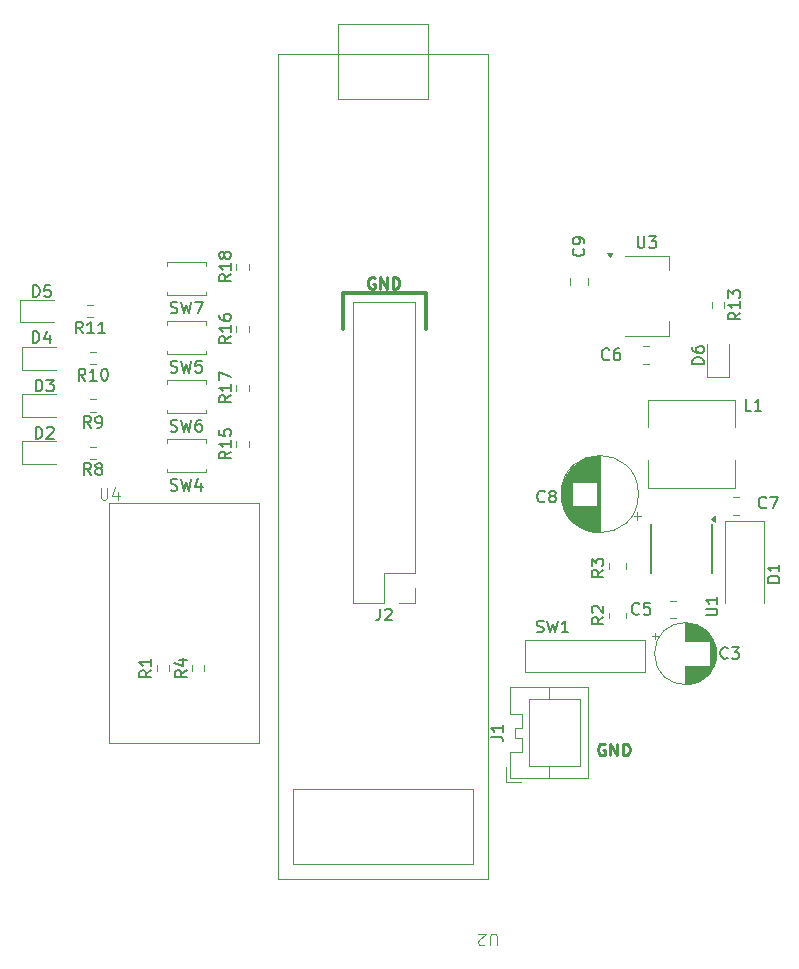
<source format=gbr>
%TF.GenerationSoftware,KiCad,Pcbnew,8.0.1*%
%TF.CreationDate,2024-04-19T02:33:02-07:00*%
%TF.ProjectId,CMOD_A7_Upper,434d4f44-5f41-4375-9f55-707065722e6b,rev?*%
%TF.SameCoordinates,Original*%
%TF.FileFunction,Legend,Top*%
%TF.FilePolarity,Positive*%
%FSLAX46Y46*%
G04 Gerber Fmt 4.6, Leading zero omitted, Abs format (unit mm)*
G04 Created by KiCad (PCBNEW 8.0.1) date 2024-04-19 02:33:02*
%MOMM*%
%LPD*%
G01*
G04 APERTURE LIST*
%ADD10C,0.250000*%
%ADD11C,0.300000*%
%ADD12C,0.150000*%
%ADD13C,0.100000*%
%ADD14C,0.120000*%
G04 APERTURE END LIST*
D10*
X158676377Y-114662238D02*
X158581139Y-114614619D01*
X158581139Y-114614619D02*
X158438282Y-114614619D01*
X158438282Y-114614619D02*
X158295425Y-114662238D01*
X158295425Y-114662238D02*
X158200187Y-114757476D01*
X158200187Y-114757476D02*
X158152568Y-114852714D01*
X158152568Y-114852714D02*
X158104949Y-115043190D01*
X158104949Y-115043190D02*
X158104949Y-115186047D01*
X158104949Y-115186047D02*
X158152568Y-115376523D01*
X158152568Y-115376523D02*
X158200187Y-115471761D01*
X158200187Y-115471761D02*
X158295425Y-115567000D01*
X158295425Y-115567000D02*
X158438282Y-115614619D01*
X158438282Y-115614619D02*
X158533520Y-115614619D01*
X158533520Y-115614619D02*
X158676377Y-115567000D01*
X158676377Y-115567000D02*
X158723996Y-115519380D01*
X158723996Y-115519380D02*
X158723996Y-115186047D01*
X158723996Y-115186047D02*
X158533520Y-115186047D01*
X159152568Y-115614619D02*
X159152568Y-114614619D01*
X159152568Y-114614619D02*
X159723996Y-115614619D01*
X159723996Y-115614619D02*
X159723996Y-114614619D01*
X160200187Y-115614619D02*
X160200187Y-114614619D01*
X160200187Y-114614619D02*
X160438282Y-114614619D01*
X160438282Y-114614619D02*
X160581139Y-114662238D01*
X160581139Y-114662238D02*
X160676377Y-114757476D01*
X160676377Y-114757476D02*
X160723996Y-114852714D01*
X160723996Y-114852714D02*
X160771615Y-115043190D01*
X160771615Y-115043190D02*
X160771615Y-115186047D01*
X160771615Y-115186047D02*
X160723996Y-115376523D01*
X160723996Y-115376523D02*
X160676377Y-115471761D01*
X160676377Y-115471761D02*
X160581139Y-115567000D01*
X160581139Y-115567000D02*
X160438282Y-115614619D01*
X160438282Y-115614619D02*
X160200187Y-115614619D01*
D11*
X136500000Y-76500000D02*
X143500000Y-76500000D01*
X143500000Y-76500000D02*
X143500000Y-79500000D01*
X136500000Y-76500000D02*
X136500000Y-79500000D01*
D10*
X139176377Y-75162238D02*
X139081139Y-75114619D01*
X139081139Y-75114619D02*
X138938282Y-75114619D01*
X138938282Y-75114619D02*
X138795425Y-75162238D01*
X138795425Y-75162238D02*
X138700187Y-75257476D01*
X138700187Y-75257476D02*
X138652568Y-75352714D01*
X138652568Y-75352714D02*
X138604949Y-75543190D01*
X138604949Y-75543190D02*
X138604949Y-75686047D01*
X138604949Y-75686047D02*
X138652568Y-75876523D01*
X138652568Y-75876523D02*
X138700187Y-75971761D01*
X138700187Y-75971761D02*
X138795425Y-76067000D01*
X138795425Y-76067000D02*
X138938282Y-76114619D01*
X138938282Y-76114619D02*
X139033520Y-76114619D01*
X139033520Y-76114619D02*
X139176377Y-76067000D01*
X139176377Y-76067000D02*
X139223996Y-76019380D01*
X139223996Y-76019380D02*
X139223996Y-75686047D01*
X139223996Y-75686047D02*
X139033520Y-75686047D01*
X139652568Y-76114619D02*
X139652568Y-75114619D01*
X139652568Y-75114619D02*
X140223996Y-76114619D01*
X140223996Y-76114619D02*
X140223996Y-75114619D01*
X140700187Y-76114619D02*
X140700187Y-75114619D01*
X140700187Y-75114619D02*
X140938282Y-75114619D01*
X140938282Y-75114619D02*
X141081139Y-75162238D01*
X141081139Y-75162238D02*
X141176377Y-75257476D01*
X141176377Y-75257476D02*
X141223996Y-75352714D01*
X141223996Y-75352714D02*
X141271615Y-75543190D01*
X141271615Y-75543190D02*
X141271615Y-75686047D01*
X141271615Y-75686047D02*
X141223996Y-75876523D01*
X141223996Y-75876523D02*
X141176377Y-75971761D01*
X141176377Y-75971761D02*
X141081139Y-76067000D01*
X141081139Y-76067000D02*
X140938282Y-76114619D01*
X140938282Y-76114619D02*
X140700187Y-76114619D01*
D12*
X120274819Y-108416666D02*
X119798628Y-108749999D01*
X120274819Y-108988094D02*
X119274819Y-108988094D01*
X119274819Y-108988094D02*
X119274819Y-108607142D01*
X119274819Y-108607142D02*
X119322438Y-108511904D01*
X119322438Y-108511904D02*
X119370057Y-108464285D01*
X119370057Y-108464285D02*
X119465295Y-108416666D01*
X119465295Y-108416666D02*
X119608152Y-108416666D01*
X119608152Y-108416666D02*
X119703390Y-108464285D01*
X119703390Y-108464285D02*
X119751009Y-108511904D01*
X119751009Y-108511904D02*
X119798628Y-108607142D01*
X119798628Y-108607142D02*
X119798628Y-108988094D01*
X120274819Y-107464285D02*
X120274819Y-108035713D01*
X120274819Y-107749999D02*
X119274819Y-107749999D01*
X119274819Y-107749999D02*
X119417676Y-107845237D01*
X119417676Y-107845237D02*
X119512914Y-107940475D01*
X119512914Y-107940475D02*
X119560533Y-108035713D01*
X114469642Y-79884819D02*
X114136309Y-79408628D01*
X113898214Y-79884819D02*
X113898214Y-78884819D01*
X113898214Y-78884819D02*
X114279166Y-78884819D01*
X114279166Y-78884819D02*
X114374404Y-78932438D01*
X114374404Y-78932438D02*
X114422023Y-78980057D01*
X114422023Y-78980057D02*
X114469642Y-79075295D01*
X114469642Y-79075295D02*
X114469642Y-79218152D01*
X114469642Y-79218152D02*
X114422023Y-79313390D01*
X114422023Y-79313390D02*
X114374404Y-79361009D01*
X114374404Y-79361009D02*
X114279166Y-79408628D01*
X114279166Y-79408628D02*
X113898214Y-79408628D01*
X115422023Y-79884819D02*
X114850595Y-79884819D01*
X115136309Y-79884819D02*
X115136309Y-78884819D01*
X115136309Y-78884819D02*
X115041071Y-79027676D01*
X115041071Y-79027676D02*
X114945833Y-79122914D01*
X114945833Y-79122914D02*
X114850595Y-79170533D01*
X116374404Y-79884819D02*
X115802976Y-79884819D01*
X116088690Y-79884819D02*
X116088690Y-78884819D01*
X116088690Y-78884819D02*
X115993452Y-79027676D01*
X115993452Y-79027676D02*
X115898214Y-79122914D01*
X115898214Y-79122914D02*
X115802976Y-79170533D01*
X110236905Y-80704819D02*
X110236905Y-79704819D01*
X110236905Y-79704819D02*
X110475000Y-79704819D01*
X110475000Y-79704819D02*
X110617857Y-79752438D01*
X110617857Y-79752438D02*
X110713095Y-79847676D01*
X110713095Y-79847676D02*
X110760714Y-79942914D01*
X110760714Y-79942914D02*
X110808333Y-80133390D01*
X110808333Y-80133390D02*
X110808333Y-80276247D01*
X110808333Y-80276247D02*
X110760714Y-80466723D01*
X110760714Y-80466723D02*
X110713095Y-80561961D01*
X110713095Y-80561961D02*
X110617857Y-80657200D01*
X110617857Y-80657200D02*
X110475000Y-80704819D01*
X110475000Y-80704819D02*
X110236905Y-80704819D01*
X111665476Y-80038152D02*
X111665476Y-80704819D01*
X111427381Y-79657200D02*
X111189286Y-80371485D01*
X111189286Y-80371485D02*
X111808333Y-80371485D01*
X156859580Y-72716666D02*
X156907200Y-72764285D01*
X156907200Y-72764285D02*
X156954819Y-72907142D01*
X156954819Y-72907142D02*
X156954819Y-73002380D01*
X156954819Y-73002380D02*
X156907200Y-73145237D01*
X156907200Y-73145237D02*
X156811961Y-73240475D01*
X156811961Y-73240475D02*
X156716723Y-73288094D01*
X156716723Y-73288094D02*
X156526247Y-73335713D01*
X156526247Y-73335713D02*
X156383390Y-73335713D01*
X156383390Y-73335713D02*
X156192914Y-73288094D01*
X156192914Y-73288094D02*
X156097676Y-73240475D01*
X156097676Y-73240475D02*
X156002438Y-73145237D01*
X156002438Y-73145237D02*
X155954819Y-73002380D01*
X155954819Y-73002380D02*
X155954819Y-72907142D01*
X155954819Y-72907142D02*
X156002438Y-72764285D01*
X156002438Y-72764285D02*
X156050057Y-72716666D01*
X156954819Y-72240475D02*
X156954819Y-72049999D01*
X156954819Y-72049999D02*
X156907200Y-71954761D01*
X156907200Y-71954761D02*
X156859580Y-71907142D01*
X156859580Y-71907142D02*
X156716723Y-71811904D01*
X156716723Y-71811904D02*
X156526247Y-71764285D01*
X156526247Y-71764285D02*
X156145295Y-71764285D01*
X156145295Y-71764285D02*
X156050057Y-71811904D01*
X156050057Y-71811904D02*
X156002438Y-71859523D01*
X156002438Y-71859523D02*
X155954819Y-71954761D01*
X155954819Y-71954761D02*
X155954819Y-72145237D01*
X155954819Y-72145237D02*
X156002438Y-72240475D01*
X156002438Y-72240475D02*
X156050057Y-72288094D01*
X156050057Y-72288094D02*
X156145295Y-72335713D01*
X156145295Y-72335713D02*
X156383390Y-72335713D01*
X156383390Y-72335713D02*
X156478628Y-72288094D01*
X156478628Y-72288094D02*
X156526247Y-72240475D01*
X156526247Y-72240475D02*
X156573866Y-72145237D01*
X156573866Y-72145237D02*
X156573866Y-71954761D01*
X156573866Y-71954761D02*
X156526247Y-71859523D01*
X156526247Y-71859523D02*
X156478628Y-71811904D01*
X156478628Y-71811904D02*
X156383390Y-71764285D01*
X172333333Y-94609580D02*
X172285714Y-94657200D01*
X172285714Y-94657200D02*
X172142857Y-94704819D01*
X172142857Y-94704819D02*
X172047619Y-94704819D01*
X172047619Y-94704819D02*
X171904762Y-94657200D01*
X171904762Y-94657200D02*
X171809524Y-94561961D01*
X171809524Y-94561961D02*
X171761905Y-94466723D01*
X171761905Y-94466723D02*
X171714286Y-94276247D01*
X171714286Y-94276247D02*
X171714286Y-94133390D01*
X171714286Y-94133390D02*
X171761905Y-93942914D01*
X171761905Y-93942914D02*
X171809524Y-93847676D01*
X171809524Y-93847676D02*
X171904762Y-93752438D01*
X171904762Y-93752438D02*
X172047619Y-93704819D01*
X172047619Y-93704819D02*
X172142857Y-93704819D01*
X172142857Y-93704819D02*
X172285714Y-93752438D01*
X172285714Y-93752438D02*
X172333333Y-93800057D01*
X172666667Y-93704819D02*
X173333333Y-93704819D01*
X173333333Y-93704819D02*
X172904762Y-94704819D01*
X158554819Y-103916666D02*
X158078628Y-104249999D01*
X158554819Y-104488094D02*
X157554819Y-104488094D01*
X157554819Y-104488094D02*
X157554819Y-104107142D01*
X157554819Y-104107142D02*
X157602438Y-104011904D01*
X157602438Y-104011904D02*
X157650057Y-103964285D01*
X157650057Y-103964285D02*
X157745295Y-103916666D01*
X157745295Y-103916666D02*
X157888152Y-103916666D01*
X157888152Y-103916666D02*
X157983390Y-103964285D01*
X157983390Y-103964285D02*
X158031009Y-104011904D01*
X158031009Y-104011904D02*
X158078628Y-104107142D01*
X158078628Y-104107142D02*
X158078628Y-104488094D01*
X157650057Y-103535713D02*
X157602438Y-103488094D01*
X157602438Y-103488094D02*
X157554819Y-103392856D01*
X157554819Y-103392856D02*
X157554819Y-103154761D01*
X157554819Y-103154761D02*
X157602438Y-103059523D01*
X157602438Y-103059523D02*
X157650057Y-103011904D01*
X157650057Y-103011904D02*
X157745295Y-102964285D01*
X157745295Y-102964285D02*
X157840533Y-102964285D01*
X157840533Y-102964285D02*
X157983390Y-103011904D01*
X157983390Y-103011904D02*
X158554819Y-103583332D01*
X158554819Y-103583332D02*
X158554819Y-102964285D01*
X115170833Y-87884819D02*
X114837500Y-87408628D01*
X114599405Y-87884819D02*
X114599405Y-86884819D01*
X114599405Y-86884819D02*
X114980357Y-86884819D01*
X114980357Y-86884819D02*
X115075595Y-86932438D01*
X115075595Y-86932438D02*
X115123214Y-86980057D01*
X115123214Y-86980057D02*
X115170833Y-87075295D01*
X115170833Y-87075295D02*
X115170833Y-87218152D01*
X115170833Y-87218152D02*
X115123214Y-87313390D01*
X115123214Y-87313390D02*
X115075595Y-87361009D01*
X115075595Y-87361009D02*
X114980357Y-87408628D01*
X114980357Y-87408628D02*
X114599405Y-87408628D01*
X115647024Y-87884819D02*
X115837500Y-87884819D01*
X115837500Y-87884819D02*
X115932738Y-87837200D01*
X115932738Y-87837200D02*
X115980357Y-87789580D01*
X115980357Y-87789580D02*
X116075595Y-87646723D01*
X116075595Y-87646723D02*
X116123214Y-87456247D01*
X116123214Y-87456247D02*
X116123214Y-87075295D01*
X116123214Y-87075295D02*
X116075595Y-86980057D01*
X116075595Y-86980057D02*
X116027976Y-86932438D01*
X116027976Y-86932438D02*
X115932738Y-86884819D01*
X115932738Y-86884819D02*
X115742262Y-86884819D01*
X115742262Y-86884819D02*
X115647024Y-86932438D01*
X115647024Y-86932438D02*
X115599405Y-86980057D01*
X115599405Y-86980057D02*
X115551786Y-87075295D01*
X115551786Y-87075295D02*
X115551786Y-87313390D01*
X115551786Y-87313390D02*
X115599405Y-87408628D01*
X115599405Y-87408628D02*
X115647024Y-87456247D01*
X115647024Y-87456247D02*
X115742262Y-87503866D01*
X115742262Y-87503866D02*
X115932738Y-87503866D01*
X115932738Y-87503866D02*
X116027976Y-87456247D01*
X116027976Y-87456247D02*
X116075595Y-87408628D01*
X116075595Y-87408628D02*
X116123214Y-87313390D01*
X127024819Y-80142857D02*
X126548628Y-80476190D01*
X127024819Y-80714285D02*
X126024819Y-80714285D01*
X126024819Y-80714285D02*
X126024819Y-80333333D01*
X126024819Y-80333333D02*
X126072438Y-80238095D01*
X126072438Y-80238095D02*
X126120057Y-80190476D01*
X126120057Y-80190476D02*
X126215295Y-80142857D01*
X126215295Y-80142857D02*
X126358152Y-80142857D01*
X126358152Y-80142857D02*
X126453390Y-80190476D01*
X126453390Y-80190476D02*
X126501009Y-80238095D01*
X126501009Y-80238095D02*
X126548628Y-80333333D01*
X126548628Y-80333333D02*
X126548628Y-80714285D01*
X127024819Y-79190476D02*
X127024819Y-79761904D01*
X127024819Y-79476190D02*
X126024819Y-79476190D01*
X126024819Y-79476190D02*
X126167676Y-79571428D01*
X126167676Y-79571428D02*
X126262914Y-79666666D01*
X126262914Y-79666666D02*
X126310533Y-79761904D01*
X126024819Y-78333333D02*
X126024819Y-78523809D01*
X126024819Y-78523809D02*
X126072438Y-78619047D01*
X126072438Y-78619047D02*
X126120057Y-78666666D01*
X126120057Y-78666666D02*
X126262914Y-78761904D01*
X126262914Y-78761904D02*
X126453390Y-78809523D01*
X126453390Y-78809523D02*
X126834342Y-78809523D01*
X126834342Y-78809523D02*
X126929580Y-78761904D01*
X126929580Y-78761904D02*
X126977200Y-78714285D01*
X126977200Y-78714285D02*
X127024819Y-78619047D01*
X127024819Y-78619047D02*
X127024819Y-78428571D01*
X127024819Y-78428571D02*
X126977200Y-78333333D01*
X126977200Y-78333333D02*
X126929580Y-78285714D01*
X126929580Y-78285714D02*
X126834342Y-78238095D01*
X126834342Y-78238095D02*
X126596247Y-78238095D01*
X126596247Y-78238095D02*
X126501009Y-78285714D01*
X126501009Y-78285714D02*
X126453390Y-78333333D01*
X126453390Y-78333333D02*
X126405771Y-78428571D01*
X126405771Y-78428571D02*
X126405771Y-78619047D01*
X126405771Y-78619047D02*
X126453390Y-78714285D01*
X126453390Y-78714285D02*
X126501009Y-78761904D01*
X126501009Y-78761904D02*
X126596247Y-78809523D01*
X170134819Y-78142857D02*
X169658628Y-78476190D01*
X170134819Y-78714285D02*
X169134819Y-78714285D01*
X169134819Y-78714285D02*
X169134819Y-78333333D01*
X169134819Y-78333333D02*
X169182438Y-78238095D01*
X169182438Y-78238095D02*
X169230057Y-78190476D01*
X169230057Y-78190476D02*
X169325295Y-78142857D01*
X169325295Y-78142857D02*
X169468152Y-78142857D01*
X169468152Y-78142857D02*
X169563390Y-78190476D01*
X169563390Y-78190476D02*
X169611009Y-78238095D01*
X169611009Y-78238095D02*
X169658628Y-78333333D01*
X169658628Y-78333333D02*
X169658628Y-78714285D01*
X170134819Y-77190476D02*
X170134819Y-77761904D01*
X170134819Y-77476190D02*
X169134819Y-77476190D01*
X169134819Y-77476190D02*
X169277676Y-77571428D01*
X169277676Y-77571428D02*
X169372914Y-77666666D01*
X169372914Y-77666666D02*
X169420533Y-77761904D01*
X169134819Y-76857142D02*
X169134819Y-76238095D01*
X169134819Y-76238095D02*
X169515771Y-76571428D01*
X169515771Y-76571428D02*
X169515771Y-76428571D01*
X169515771Y-76428571D02*
X169563390Y-76333333D01*
X169563390Y-76333333D02*
X169611009Y-76285714D01*
X169611009Y-76285714D02*
X169706247Y-76238095D01*
X169706247Y-76238095D02*
X169944342Y-76238095D01*
X169944342Y-76238095D02*
X170039580Y-76285714D01*
X170039580Y-76285714D02*
X170087200Y-76333333D01*
X170087200Y-76333333D02*
X170134819Y-76428571D01*
X170134819Y-76428571D02*
X170134819Y-76714285D01*
X170134819Y-76714285D02*
X170087200Y-76809523D01*
X170087200Y-76809523D02*
X170039580Y-76857142D01*
X127024819Y-74892857D02*
X126548628Y-75226190D01*
X127024819Y-75464285D02*
X126024819Y-75464285D01*
X126024819Y-75464285D02*
X126024819Y-75083333D01*
X126024819Y-75083333D02*
X126072438Y-74988095D01*
X126072438Y-74988095D02*
X126120057Y-74940476D01*
X126120057Y-74940476D02*
X126215295Y-74892857D01*
X126215295Y-74892857D02*
X126358152Y-74892857D01*
X126358152Y-74892857D02*
X126453390Y-74940476D01*
X126453390Y-74940476D02*
X126501009Y-74988095D01*
X126501009Y-74988095D02*
X126548628Y-75083333D01*
X126548628Y-75083333D02*
X126548628Y-75464285D01*
X127024819Y-73940476D02*
X127024819Y-74511904D01*
X127024819Y-74226190D02*
X126024819Y-74226190D01*
X126024819Y-74226190D02*
X126167676Y-74321428D01*
X126167676Y-74321428D02*
X126262914Y-74416666D01*
X126262914Y-74416666D02*
X126310533Y-74511904D01*
X126453390Y-73369047D02*
X126405771Y-73464285D01*
X126405771Y-73464285D02*
X126358152Y-73511904D01*
X126358152Y-73511904D02*
X126262914Y-73559523D01*
X126262914Y-73559523D02*
X126215295Y-73559523D01*
X126215295Y-73559523D02*
X126120057Y-73511904D01*
X126120057Y-73511904D02*
X126072438Y-73464285D01*
X126072438Y-73464285D02*
X126024819Y-73369047D01*
X126024819Y-73369047D02*
X126024819Y-73178571D01*
X126024819Y-73178571D02*
X126072438Y-73083333D01*
X126072438Y-73083333D02*
X126120057Y-73035714D01*
X126120057Y-73035714D02*
X126215295Y-72988095D01*
X126215295Y-72988095D02*
X126262914Y-72988095D01*
X126262914Y-72988095D02*
X126358152Y-73035714D01*
X126358152Y-73035714D02*
X126405771Y-73083333D01*
X126405771Y-73083333D02*
X126453390Y-73178571D01*
X126453390Y-73178571D02*
X126453390Y-73369047D01*
X126453390Y-73369047D02*
X126501009Y-73464285D01*
X126501009Y-73464285D02*
X126548628Y-73511904D01*
X126548628Y-73511904D02*
X126643866Y-73559523D01*
X126643866Y-73559523D02*
X126834342Y-73559523D01*
X126834342Y-73559523D02*
X126929580Y-73511904D01*
X126929580Y-73511904D02*
X126977200Y-73464285D01*
X126977200Y-73464285D02*
X127024819Y-73369047D01*
X127024819Y-73369047D02*
X127024819Y-73178571D01*
X127024819Y-73178571D02*
X126977200Y-73083333D01*
X126977200Y-73083333D02*
X126929580Y-73035714D01*
X126929580Y-73035714D02*
X126834342Y-72988095D01*
X126834342Y-72988095D02*
X126643866Y-72988095D01*
X126643866Y-72988095D02*
X126548628Y-73035714D01*
X126548628Y-73035714D02*
X126501009Y-73083333D01*
X126501009Y-73083333D02*
X126453390Y-73178571D01*
X121916667Y-78157200D02*
X122059524Y-78204819D01*
X122059524Y-78204819D02*
X122297619Y-78204819D01*
X122297619Y-78204819D02*
X122392857Y-78157200D01*
X122392857Y-78157200D02*
X122440476Y-78109580D01*
X122440476Y-78109580D02*
X122488095Y-78014342D01*
X122488095Y-78014342D02*
X122488095Y-77919104D01*
X122488095Y-77919104D02*
X122440476Y-77823866D01*
X122440476Y-77823866D02*
X122392857Y-77776247D01*
X122392857Y-77776247D02*
X122297619Y-77728628D01*
X122297619Y-77728628D02*
X122107143Y-77681009D01*
X122107143Y-77681009D02*
X122011905Y-77633390D01*
X122011905Y-77633390D02*
X121964286Y-77585771D01*
X121964286Y-77585771D02*
X121916667Y-77490533D01*
X121916667Y-77490533D02*
X121916667Y-77395295D01*
X121916667Y-77395295D02*
X121964286Y-77300057D01*
X121964286Y-77300057D02*
X122011905Y-77252438D01*
X122011905Y-77252438D02*
X122107143Y-77204819D01*
X122107143Y-77204819D02*
X122345238Y-77204819D01*
X122345238Y-77204819D02*
X122488095Y-77252438D01*
X122821429Y-77204819D02*
X123059524Y-78204819D01*
X123059524Y-78204819D02*
X123250000Y-77490533D01*
X123250000Y-77490533D02*
X123440476Y-78204819D01*
X123440476Y-78204819D02*
X123678572Y-77204819D01*
X123964286Y-77204819D02*
X124630952Y-77204819D01*
X124630952Y-77204819D02*
X124202381Y-78204819D01*
X110486905Y-84804819D02*
X110486905Y-83804819D01*
X110486905Y-83804819D02*
X110725000Y-83804819D01*
X110725000Y-83804819D02*
X110867857Y-83852438D01*
X110867857Y-83852438D02*
X110963095Y-83947676D01*
X110963095Y-83947676D02*
X111010714Y-84042914D01*
X111010714Y-84042914D02*
X111058333Y-84233390D01*
X111058333Y-84233390D02*
X111058333Y-84376247D01*
X111058333Y-84376247D02*
X111010714Y-84566723D01*
X111010714Y-84566723D02*
X110963095Y-84661961D01*
X110963095Y-84661961D02*
X110867857Y-84757200D01*
X110867857Y-84757200D02*
X110725000Y-84804819D01*
X110725000Y-84804819D02*
X110486905Y-84804819D01*
X111391667Y-83804819D02*
X112010714Y-83804819D01*
X112010714Y-83804819D02*
X111677381Y-84185771D01*
X111677381Y-84185771D02*
X111820238Y-84185771D01*
X111820238Y-84185771D02*
X111915476Y-84233390D01*
X111915476Y-84233390D02*
X111963095Y-84281009D01*
X111963095Y-84281009D02*
X112010714Y-84376247D01*
X112010714Y-84376247D02*
X112010714Y-84614342D01*
X112010714Y-84614342D02*
X111963095Y-84709580D01*
X111963095Y-84709580D02*
X111915476Y-84757200D01*
X111915476Y-84757200D02*
X111820238Y-84804819D01*
X111820238Y-84804819D02*
X111534524Y-84804819D01*
X111534524Y-84804819D02*
X111439286Y-84757200D01*
X111439286Y-84757200D02*
X111391667Y-84709580D01*
X121916667Y-93157200D02*
X122059524Y-93204819D01*
X122059524Y-93204819D02*
X122297619Y-93204819D01*
X122297619Y-93204819D02*
X122392857Y-93157200D01*
X122392857Y-93157200D02*
X122440476Y-93109580D01*
X122440476Y-93109580D02*
X122488095Y-93014342D01*
X122488095Y-93014342D02*
X122488095Y-92919104D01*
X122488095Y-92919104D02*
X122440476Y-92823866D01*
X122440476Y-92823866D02*
X122392857Y-92776247D01*
X122392857Y-92776247D02*
X122297619Y-92728628D01*
X122297619Y-92728628D02*
X122107143Y-92681009D01*
X122107143Y-92681009D02*
X122011905Y-92633390D01*
X122011905Y-92633390D02*
X121964286Y-92585771D01*
X121964286Y-92585771D02*
X121916667Y-92490533D01*
X121916667Y-92490533D02*
X121916667Y-92395295D01*
X121916667Y-92395295D02*
X121964286Y-92300057D01*
X121964286Y-92300057D02*
X122011905Y-92252438D01*
X122011905Y-92252438D02*
X122107143Y-92204819D01*
X122107143Y-92204819D02*
X122345238Y-92204819D01*
X122345238Y-92204819D02*
X122488095Y-92252438D01*
X122821429Y-92204819D02*
X123059524Y-93204819D01*
X123059524Y-93204819D02*
X123250000Y-92490533D01*
X123250000Y-92490533D02*
X123440476Y-93204819D01*
X123440476Y-93204819D02*
X123678572Y-92204819D01*
X124488095Y-92538152D02*
X124488095Y-93204819D01*
X124250000Y-92157200D02*
X124011905Y-92871485D01*
X124011905Y-92871485D02*
X124630952Y-92871485D01*
X127024819Y-85142857D02*
X126548628Y-85476190D01*
X127024819Y-85714285D02*
X126024819Y-85714285D01*
X126024819Y-85714285D02*
X126024819Y-85333333D01*
X126024819Y-85333333D02*
X126072438Y-85238095D01*
X126072438Y-85238095D02*
X126120057Y-85190476D01*
X126120057Y-85190476D02*
X126215295Y-85142857D01*
X126215295Y-85142857D02*
X126358152Y-85142857D01*
X126358152Y-85142857D02*
X126453390Y-85190476D01*
X126453390Y-85190476D02*
X126501009Y-85238095D01*
X126501009Y-85238095D02*
X126548628Y-85333333D01*
X126548628Y-85333333D02*
X126548628Y-85714285D01*
X127024819Y-84190476D02*
X127024819Y-84761904D01*
X127024819Y-84476190D02*
X126024819Y-84476190D01*
X126024819Y-84476190D02*
X126167676Y-84571428D01*
X126167676Y-84571428D02*
X126262914Y-84666666D01*
X126262914Y-84666666D02*
X126310533Y-84761904D01*
X126024819Y-83857142D02*
X126024819Y-83190476D01*
X126024819Y-83190476D02*
X127024819Y-83619047D01*
X153583333Y-94109580D02*
X153535714Y-94157200D01*
X153535714Y-94157200D02*
X153392857Y-94204819D01*
X153392857Y-94204819D02*
X153297619Y-94204819D01*
X153297619Y-94204819D02*
X153154762Y-94157200D01*
X153154762Y-94157200D02*
X153059524Y-94061961D01*
X153059524Y-94061961D02*
X153011905Y-93966723D01*
X153011905Y-93966723D02*
X152964286Y-93776247D01*
X152964286Y-93776247D02*
X152964286Y-93633390D01*
X152964286Y-93633390D02*
X153011905Y-93442914D01*
X153011905Y-93442914D02*
X153059524Y-93347676D01*
X153059524Y-93347676D02*
X153154762Y-93252438D01*
X153154762Y-93252438D02*
X153297619Y-93204819D01*
X153297619Y-93204819D02*
X153392857Y-93204819D01*
X153392857Y-93204819D02*
X153535714Y-93252438D01*
X153535714Y-93252438D02*
X153583333Y-93300057D01*
X154154762Y-93633390D02*
X154059524Y-93585771D01*
X154059524Y-93585771D02*
X154011905Y-93538152D01*
X154011905Y-93538152D02*
X153964286Y-93442914D01*
X153964286Y-93442914D02*
X153964286Y-93395295D01*
X153964286Y-93395295D02*
X154011905Y-93300057D01*
X154011905Y-93300057D02*
X154059524Y-93252438D01*
X154059524Y-93252438D02*
X154154762Y-93204819D01*
X154154762Y-93204819D02*
X154345238Y-93204819D01*
X154345238Y-93204819D02*
X154440476Y-93252438D01*
X154440476Y-93252438D02*
X154488095Y-93300057D01*
X154488095Y-93300057D02*
X154535714Y-93395295D01*
X154535714Y-93395295D02*
X154535714Y-93442914D01*
X154535714Y-93442914D02*
X154488095Y-93538152D01*
X154488095Y-93538152D02*
X154440476Y-93585771D01*
X154440476Y-93585771D02*
X154345238Y-93633390D01*
X154345238Y-93633390D02*
X154154762Y-93633390D01*
X154154762Y-93633390D02*
X154059524Y-93681009D01*
X154059524Y-93681009D02*
X154011905Y-93728628D01*
X154011905Y-93728628D02*
X153964286Y-93823866D01*
X153964286Y-93823866D02*
X153964286Y-94014342D01*
X153964286Y-94014342D02*
X154011905Y-94109580D01*
X154011905Y-94109580D02*
X154059524Y-94157200D01*
X154059524Y-94157200D02*
X154154762Y-94204819D01*
X154154762Y-94204819D02*
X154345238Y-94204819D01*
X154345238Y-94204819D02*
X154440476Y-94157200D01*
X154440476Y-94157200D02*
X154488095Y-94109580D01*
X154488095Y-94109580D02*
X154535714Y-94014342D01*
X154535714Y-94014342D02*
X154535714Y-93823866D01*
X154535714Y-93823866D02*
X154488095Y-93728628D01*
X154488095Y-93728628D02*
X154440476Y-93681009D01*
X154440476Y-93681009D02*
X154345238Y-93633390D01*
X167204819Y-103761904D02*
X168014342Y-103761904D01*
X168014342Y-103761904D02*
X168109580Y-103714285D01*
X168109580Y-103714285D02*
X168157200Y-103666666D01*
X168157200Y-103666666D02*
X168204819Y-103571428D01*
X168204819Y-103571428D02*
X168204819Y-103380952D01*
X168204819Y-103380952D02*
X168157200Y-103285714D01*
X168157200Y-103285714D02*
X168109580Y-103238095D01*
X168109580Y-103238095D02*
X168014342Y-103190476D01*
X168014342Y-103190476D02*
X167204819Y-103190476D01*
X168204819Y-102190476D02*
X168204819Y-102761904D01*
X168204819Y-102476190D02*
X167204819Y-102476190D01*
X167204819Y-102476190D02*
X167347676Y-102571428D01*
X167347676Y-102571428D02*
X167442914Y-102666666D01*
X167442914Y-102666666D02*
X167490533Y-102761904D01*
X171083333Y-86454819D02*
X170607143Y-86454819D01*
X170607143Y-86454819D02*
X170607143Y-85454819D01*
X171940476Y-86454819D02*
X171369048Y-86454819D01*
X171654762Y-86454819D02*
X171654762Y-85454819D01*
X171654762Y-85454819D02*
X171559524Y-85597676D01*
X171559524Y-85597676D02*
X171464286Y-85692914D01*
X171464286Y-85692914D02*
X171369048Y-85740533D01*
D13*
X149531904Y-131702580D02*
X149531904Y-130893057D01*
X149531904Y-130893057D02*
X149484285Y-130797819D01*
X149484285Y-130797819D02*
X149436666Y-130750200D01*
X149436666Y-130750200D02*
X149341428Y-130702580D01*
X149341428Y-130702580D02*
X149150952Y-130702580D01*
X149150952Y-130702580D02*
X149055714Y-130750200D01*
X149055714Y-130750200D02*
X149008095Y-130797819D01*
X149008095Y-130797819D02*
X148960476Y-130893057D01*
X148960476Y-130893057D02*
X148960476Y-131702580D01*
X148531904Y-131607342D02*
X148484285Y-131654961D01*
X148484285Y-131654961D02*
X148389047Y-131702580D01*
X148389047Y-131702580D02*
X148150952Y-131702580D01*
X148150952Y-131702580D02*
X148055714Y-131654961D01*
X148055714Y-131654961D02*
X148008095Y-131607342D01*
X148008095Y-131607342D02*
X147960476Y-131512104D01*
X147960476Y-131512104D02*
X147960476Y-131416866D01*
X147960476Y-131416866D02*
X148008095Y-131274009D01*
X148008095Y-131274009D02*
X148579523Y-130702580D01*
X148579523Y-130702580D02*
X147960476Y-130702580D01*
D12*
X158554819Y-99916666D02*
X158078628Y-100249999D01*
X158554819Y-100488094D02*
X157554819Y-100488094D01*
X157554819Y-100488094D02*
X157554819Y-100107142D01*
X157554819Y-100107142D02*
X157602438Y-100011904D01*
X157602438Y-100011904D02*
X157650057Y-99964285D01*
X157650057Y-99964285D02*
X157745295Y-99916666D01*
X157745295Y-99916666D02*
X157888152Y-99916666D01*
X157888152Y-99916666D02*
X157983390Y-99964285D01*
X157983390Y-99964285D02*
X158031009Y-100011904D01*
X158031009Y-100011904D02*
X158078628Y-100107142D01*
X158078628Y-100107142D02*
X158078628Y-100488094D01*
X157554819Y-99583332D02*
X157554819Y-98964285D01*
X157554819Y-98964285D02*
X157935771Y-99297618D01*
X157935771Y-99297618D02*
X157935771Y-99154761D01*
X157935771Y-99154761D02*
X157983390Y-99059523D01*
X157983390Y-99059523D02*
X158031009Y-99011904D01*
X158031009Y-99011904D02*
X158126247Y-98964285D01*
X158126247Y-98964285D02*
X158364342Y-98964285D01*
X158364342Y-98964285D02*
X158459580Y-99011904D01*
X158459580Y-99011904D02*
X158507200Y-99059523D01*
X158507200Y-99059523D02*
X158554819Y-99154761D01*
X158554819Y-99154761D02*
X158554819Y-99440475D01*
X158554819Y-99440475D02*
X158507200Y-99535713D01*
X158507200Y-99535713D02*
X158459580Y-99583332D01*
X167054819Y-82488094D02*
X166054819Y-82488094D01*
X166054819Y-82488094D02*
X166054819Y-82249999D01*
X166054819Y-82249999D02*
X166102438Y-82107142D01*
X166102438Y-82107142D02*
X166197676Y-82011904D01*
X166197676Y-82011904D02*
X166292914Y-81964285D01*
X166292914Y-81964285D02*
X166483390Y-81916666D01*
X166483390Y-81916666D02*
X166626247Y-81916666D01*
X166626247Y-81916666D02*
X166816723Y-81964285D01*
X166816723Y-81964285D02*
X166911961Y-82011904D01*
X166911961Y-82011904D02*
X167007200Y-82107142D01*
X167007200Y-82107142D02*
X167054819Y-82249999D01*
X167054819Y-82249999D02*
X167054819Y-82488094D01*
X166054819Y-81059523D02*
X166054819Y-81249999D01*
X166054819Y-81249999D02*
X166102438Y-81345237D01*
X166102438Y-81345237D02*
X166150057Y-81392856D01*
X166150057Y-81392856D02*
X166292914Y-81488094D01*
X166292914Y-81488094D02*
X166483390Y-81535713D01*
X166483390Y-81535713D02*
X166864342Y-81535713D01*
X166864342Y-81535713D02*
X166959580Y-81488094D01*
X166959580Y-81488094D02*
X167007200Y-81440475D01*
X167007200Y-81440475D02*
X167054819Y-81345237D01*
X167054819Y-81345237D02*
X167054819Y-81154761D01*
X167054819Y-81154761D02*
X167007200Y-81059523D01*
X167007200Y-81059523D02*
X166959580Y-81011904D01*
X166959580Y-81011904D02*
X166864342Y-80964285D01*
X166864342Y-80964285D02*
X166626247Y-80964285D01*
X166626247Y-80964285D02*
X166531009Y-81011904D01*
X166531009Y-81011904D02*
X166483390Y-81059523D01*
X166483390Y-81059523D02*
X166435771Y-81154761D01*
X166435771Y-81154761D02*
X166435771Y-81345237D01*
X166435771Y-81345237D02*
X166483390Y-81440475D01*
X166483390Y-81440475D02*
X166531009Y-81488094D01*
X166531009Y-81488094D02*
X166626247Y-81535713D01*
X161448095Y-71664819D02*
X161448095Y-72474342D01*
X161448095Y-72474342D02*
X161495714Y-72569580D01*
X161495714Y-72569580D02*
X161543333Y-72617200D01*
X161543333Y-72617200D02*
X161638571Y-72664819D01*
X161638571Y-72664819D02*
X161829047Y-72664819D01*
X161829047Y-72664819D02*
X161924285Y-72617200D01*
X161924285Y-72617200D02*
X161971904Y-72569580D01*
X161971904Y-72569580D02*
X162019523Y-72474342D01*
X162019523Y-72474342D02*
X162019523Y-71664819D01*
X162400476Y-71664819D02*
X163019523Y-71664819D01*
X163019523Y-71664819D02*
X162686190Y-72045771D01*
X162686190Y-72045771D02*
X162829047Y-72045771D01*
X162829047Y-72045771D02*
X162924285Y-72093390D01*
X162924285Y-72093390D02*
X162971904Y-72141009D01*
X162971904Y-72141009D02*
X163019523Y-72236247D01*
X163019523Y-72236247D02*
X163019523Y-72474342D01*
X163019523Y-72474342D02*
X162971904Y-72569580D01*
X162971904Y-72569580D02*
X162924285Y-72617200D01*
X162924285Y-72617200D02*
X162829047Y-72664819D01*
X162829047Y-72664819D02*
X162543333Y-72664819D01*
X162543333Y-72664819D02*
X162448095Y-72617200D01*
X162448095Y-72617200D02*
X162400476Y-72569580D01*
X110486905Y-88804819D02*
X110486905Y-87804819D01*
X110486905Y-87804819D02*
X110725000Y-87804819D01*
X110725000Y-87804819D02*
X110867857Y-87852438D01*
X110867857Y-87852438D02*
X110963095Y-87947676D01*
X110963095Y-87947676D02*
X111010714Y-88042914D01*
X111010714Y-88042914D02*
X111058333Y-88233390D01*
X111058333Y-88233390D02*
X111058333Y-88376247D01*
X111058333Y-88376247D02*
X111010714Y-88566723D01*
X111010714Y-88566723D02*
X110963095Y-88661961D01*
X110963095Y-88661961D02*
X110867857Y-88757200D01*
X110867857Y-88757200D02*
X110725000Y-88804819D01*
X110725000Y-88804819D02*
X110486905Y-88804819D01*
X111439286Y-87900057D02*
X111486905Y-87852438D01*
X111486905Y-87852438D02*
X111582143Y-87804819D01*
X111582143Y-87804819D02*
X111820238Y-87804819D01*
X111820238Y-87804819D02*
X111915476Y-87852438D01*
X111915476Y-87852438D02*
X111963095Y-87900057D01*
X111963095Y-87900057D02*
X112010714Y-87995295D01*
X112010714Y-87995295D02*
X112010714Y-88090533D01*
X112010714Y-88090533D02*
X111963095Y-88233390D01*
X111963095Y-88233390D02*
X111391667Y-88804819D01*
X111391667Y-88804819D02*
X112010714Y-88804819D01*
X123274819Y-108416666D02*
X122798628Y-108749999D01*
X123274819Y-108988094D02*
X122274819Y-108988094D01*
X122274819Y-108988094D02*
X122274819Y-108607142D01*
X122274819Y-108607142D02*
X122322438Y-108511904D01*
X122322438Y-108511904D02*
X122370057Y-108464285D01*
X122370057Y-108464285D02*
X122465295Y-108416666D01*
X122465295Y-108416666D02*
X122608152Y-108416666D01*
X122608152Y-108416666D02*
X122703390Y-108464285D01*
X122703390Y-108464285D02*
X122751009Y-108511904D01*
X122751009Y-108511904D02*
X122798628Y-108607142D01*
X122798628Y-108607142D02*
X122798628Y-108988094D01*
X122608152Y-107559523D02*
X123274819Y-107559523D01*
X122227200Y-107797618D02*
X122941485Y-108035713D01*
X122941485Y-108035713D02*
X122941485Y-107416666D01*
X110261905Y-76804819D02*
X110261905Y-75804819D01*
X110261905Y-75804819D02*
X110500000Y-75804819D01*
X110500000Y-75804819D02*
X110642857Y-75852438D01*
X110642857Y-75852438D02*
X110738095Y-75947676D01*
X110738095Y-75947676D02*
X110785714Y-76042914D01*
X110785714Y-76042914D02*
X110833333Y-76233390D01*
X110833333Y-76233390D02*
X110833333Y-76376247D01*
X110833333Y-76376247D02*
X110785714Y-76566723D01*
X110785714Y-76566723D02*
X110738095Y-76661961D01*
X110738095Y-76661961D02*
X110642857Y-76757200D01*
X110642857Y-76757200D02*
X110500000Y-76804819D01*
X110500000Y-76804819D02*
X110261905Y-76804819D01*
X111738095Y-75804819D02*
X111261905Y-75804819D01*
X111261905Y-75804819D02*
X111214286Y-76281009D01*
X111214286Y-76281009D02*
X111261905Y-76233390D01*
X111261905Y-76233390D02*
X111357143Y-76185771D01*
X111357143Y-76185771D02*
X111595238Y-76185771D01*
X111595238Y-76185771D02*
X111690476Y-76233390D01*
X111690476Y-76233390D02*
X111738095Y-76281009D01*
X111738095Y-76281009D02*
X111785714Y-76376247D01*
X111785714Y-76376247D02*
X111785714Y-76614342D01*
X111785714Y-76614342D02*
X111738095Y-76709580D01*
X111738095Y-76709580D02*
X111690476Y-76757200D01*
X111690476Y-76757200D02*
X111595238Y-76804819D01*
X111595238Y-76804819D02*
X111357143Y-76804819D01*
X111357143Y-76804819D02*
X111261905Y-76757200D01*
X111261905Y-76757200D02*
X111214286Y-76709580D01*
X161583333Y-103609580D02*
X161535714Y-103657200D01*
X161535714Y-103657200D02*
X161392857Y-103704819D01*
X161392857Y-103704819D02*
X161297619Y-103704819D01*
X161297619Y-103704819D02*
X161154762Y-103657200D01*
X161154762Y-103657200D02*
X161059524Y-103561961D01*
X161059524Y-103561961D02*
X161011905Y-103466723D01*
X161011905Y-103466723D02*
X160964286Y-103276247D01*
X160964286Y-103276247D02*
X160964286Y-103133390D01*
X160964286Y-103133390D02*
X161011905Y-102942914D01*
X161011905Y-102942914D02*
X161059524Y-102847676D01*
X161059524Y-102847676D02*
X161154762Y-102752438D01*
X161154762Y-102752438D02*
X161297619Y-102704819D01*
X161297619Y-102704819D02*
X161392857Y-102704819D01*
X161392857Y-102704819D02*
X161535714Y-102752438D01*
X161535714Y-102752438D02*
X161583333Y-102800057D01*
X162488095Y-102704819D02*
X162011905Y-102704819D01*
X162011905Y-102704819D02*
X161964286Y-103181009D01*
X161964286Y-103181009D02*
X162011905Y-103133390D01*
X162011905Y-103133390D02*
X162107143Y-103085771D01*
X162107143Y-103085771D02*
X162345238Y-103085771D01*
X162345238Y-103085771D02*
X162440476Y-103133390D01*
X162440476Y-103133390D02*
X162488095Y-103181009D01*
X162488095Y-103181009D02*
X162535714Y-103276247D01*
X162535714Y-103276247D02*
X162535714Y-103514342D01*
X162535714Y-103514342D02*
X162488095Y-103609580D01*
X162488095Y-103609580D02*
X162440476Y-103657200D01*
X162440476Y-103657200D02*
X162345238Y-103704819D01*
X162345238Y-103704819D02*
X162107143Y-103704819D01*
X162107143Y-103704819D02*
X162011905Y-103657200D01*
X162011905Y-103657200D02*
X161964286Y-103609580D01*
X169083333Y-107359580D02*
X169035714Y-107407200D01*
X169035714Y-107407200D02*
X168892857Y-107454819D01*
X168892857Y-107454819D02*
X168797619Y-107454819D01*
X168797619Y-107454819D02*
X168654762Y-107407200D01*
X168654762Y-107407200D02*
X168559524Y-107311961D01*
X168559524Y-107311961D02*
X168511905Y-107216723D01*
X168511905Y-107216723D02*
X168464286Y-107026247D01*
X168464286Y-107026247D02*
X168464286Y-106883390D01*
X168464286Y-106883390D02*
X168511905Y-106692914D01*
X168511905Y-106692914D02*
X168559524Y-106597676D01*
X168559524Y-106597676D02*
X168654762Y-106502438D01*
X168654762Y-106502438D02*
X168797619Y-106454819D01*
X168797619Y-106454819D02*
X168892857Y-106454819D01*
X168892857Y-106454819D02*
X169035714Y-106502438D01*
X169035714Y-106502438D02*
X169083333Y-106550057D01*
X169416667Y-106454819D02*
X170035714Y-106454819D01*
X170035714Y-106454819D02*
X169702381Y-106835771D01*
X169702381Y-106835771D02*
X169845238Y-106835771D01*
X169845238Y-106835771D02*
X169940476Y-106883390D01*
X169940476Y-106883390D02*
X169988095Y-106931009D01*
X169988095Y-106931009D02*
X170035714Y-107026247D01*
X170035714Y-107026247D02*
X170035714Y-107264342D01*
X170035714Y-107264342D02*
X169988095Y-107359580D01*
X169988095Y-107359580D02*
X169940476Y-107407200D01*
X169940476Y-107407200D02*
X169845238Y-107454819D01*
X169845238Y-107454819D02*
X169559524Y-107454819D01*
X169559524Y-107454819D02*
X169464286Y-107407200D01*
X169464286Y-107407200D02*
X169416667Y-107359580D01*
D13*
X115988095Y-92957419D02*
X115988095Y-93766942D01*
X115988095Y-93766942D02*
X116035714Y-93862180D01*
X116035714Y-93862180D02*
X116083333Y-93909800D01*
X116083333Y-93909800D02*
X116178571Y-93957419D01*
X116178571Y-93957419D02*
X116369047Y-93957419D01*
X116369047Y-93957419D02*
X116464285Y-93909800D01*
X116464285Y-93909800D02*
X116511904Y-93862180D01*
X116511904Y-93862180D02*
X116559523Y-93766942D01*
X116559523Y-93766942D02*
X116559523Y-92957419D01*
X117464285Y-93290752D02*
X117464285Y-93957419D01*
X117226190Y-92909800D02*
X116988095Y-93624085D01*
X116988095Y-93624085D02*
X117607142Y-93624085D01*
D12*
X152916667Y-105157200D02*
X153059524Y-105204819D01*
X153059524Y-105204819D02*
X153297619Y-105204819D01*
X153297619Y-105204819D02*
X153392857Y-105157200D01*
X153392857Y-105157200D02*
X153440476Y-105109580D01*
X153440476Y-105109580D02*
X153488095Y-105014342D01*
X153488095Y-105014342D02*
X153488095Y-104919104D01*
X153488095Y-104919104D02*
X153440476Y-104823866D01*
X153440476Y-104823866D02*
X153392857Y-104776247D01*
X153392857Y-104776247D02*
X153297619Y-104728628D01*
X153297619Y-104728628D02*
X153107143Y-104681009D01*
X153107143Y-104681009D02*
X153011905Y-104633390D01*
X153011905Y-104633390D02*
X152964286Y-104585771D01*
X152964286Y-104585771D02*
X152916667Y-104490533D01*
X152916667Y-104490533D02*
X152916667Y-104395295D01*
X152916667Y-104395295D02*
X152964286Y-104300057D01*
X152964286Y-104300057D02*
X153011905Y-104252438D01*
X153011905Y-104252438D02*
X153107143Y-104204819D01*
X153107143Y-104204819D02*
X153345238Y-104204819D01*
X153345238Y-104204819D02*
X153488095Y-104252438D01*
X153821429Y-104204819D02*
X154059524Y-105204819D01*
X154059524Y-105204819D02*
X154250000Y-104490533D01*
X154250000Y-104490533D02*
X154440476Y-105204819D01*
X154440476Y-105204819D02*
X154678572Y-104204819D01*
X155583333Y-105204819D02*
X155011905Y-105204819D01*
X155297619Y-105204819D02*
X155297619Y-104204819D01*
X155297619Y-104204819D02*
X155202381Y-104347676D01*
X155202381Y-104347676D02*
X155107143Y-104442914D01*
X155107143Y-104442914D02*
X155011905Y-104490533D01*
X121916667Y-83157200D02*
X122059524Y-83204819D01*
X122059524Y-83204819D02*
X122297619Y-83204819D01*
X122297619Y-83204819D02*
X122392857Y-83157200D01*
X122392857Y-83157200D02*
X122440476Y-83109580D01*
X122440476Y-83109580D02*
X122488095Y-83014342D01*
X122488095Y-83014342D02*
X122488095Y-82919104D01*
X122488095Y-82919104D02*
X122440476Y-82823866D01*
X122440476Y-82823866D02*
X122392857Y-82776247D01*
X122392857Y-82776247D02*
X122297619Y-82728628D01*
X122297619Y-82728628D02*
X122107143Y-82681009D01*
X122107143Y-82681009D02*
X122011905Y-82633390D01*
X122011905Y-82633390D02*
X121964286Y-82585771D01*
X121964286Y-82585771D02*
X121916667Y-82490533D01*
X121916667Y-82490533D02*
X121916667Y-82395295D01*
X121916667Y-82395295D02*
X121964286Y-82300057D01*
X121964286Y-82300057D02*
X122011905Y-82252438D01*
X122011905Y-82252438D02*
X122107143Y-82204819D01*
X122107143Y-82204819D02*
X122345238Y-82204819D01*
X122345238Y-82204819D02*
X122488095Y-82252438D01*
X122821429Y-82204819D02*
X123059524Y-83204819D01*
X123059524Y-83204819D02*
X123250000Y-82490533D01*
X123250000Y-82490533D02*
X123440476Y-83204819D01*
X123440476Y-83204819D02*
X123678572Y-82204819D01*
X124535714Y-82204819D02*
X124059524Y-82204819D01*
X124059524Y-82204819D02*
X124011905Y-82681009D01*
X124011905Y-82681009D02*
X124059524Y-82633390D01*
X124059524Y-82633390D02*
X124154762Y-82585771D01*
X124154762Y-82585771D02*
X124392857Y-82585771D01*
X124392857Y-82585771D02*
X124488095Y-82633390D01*
X124488095Y-82633390D02*
X124535714Y-82681009D01*
X124535714Y-82681009D02*
X124583333Y-82776247D01*
X124583333Y-82776247D02*
X124583333Y-83014342D01*
X124583333Y-83014342D02*
X124535714Y-83109580D01*
X124535714Y-83109580D02*
X124488095Y-83157200D01*
X124488095Y-83157200D02*
X124392857Y-83204819D01*
X124392857Y-83204819D02*
X124154762Y-83204819D01*
X124154762Y-83204819D02*
X124059524Y-83157200D01*
X124059524Y-83157200D02*
X124011905Y-83109580D01*
X173454819Y-100988094D02*
X172454819Y-100988094D01*
X172454819Y-100988094D02*
X172454819Y-100749999D01*
X172454819Y-100749999D02*
X172502438Y-100607142D01*
X172502438Y-100607142D02*
X172597676Y-100511904D01*
X172597676Y-100511904D02*
X172692914Y-100464285D01*
X172692914Y-100464285D02*
X172883390Y-100416666D01*
X172883390Y-100416666D02*
X173026247Y-100416666D01*
X173026247Y-100416666D02*
X173216723Y-100464285D01*
X173216723Y-100464285D02*
X173311961Y-100511904D01*
X173311961Y-100511904D02*
X173407200Y-100607142D01*
X173407200Y-100607142D02*
X173454819Y-100749999D01*
X173454819Y-100749999D02*
X173454819Y-100988094D01*
X173454819Y-99464285D02*
X173454819Y-100035713D01*
X173454819Y-99749999D02*
X172454819Y-99749999D01*
X172454819Y-99749999D02*
X172597676Y-99845237D01*
X172597676Y-99845237D02*
X172692914Y-99940475D01*
X172692914Y-99940475D02*
X172740533Y-100035713D01*
X115170833Y-91884819D02*
X114837500Y-91408628D01*
X114599405Y-91884819D02*
X114599405Y-90884819D01*
X114599405Y-90884819D02*
X114980357Y-90884819D01*
X114980357Y-90884819D02*
X115075595Y-90932438D01*
X115075595Y-90932438D02*
X115123214Y-90980057D01*
X115123214Y-90980057D02*
X115170833Y-91075295D01*
X115170833Y-91075295D02*
X115170833Y-91218152D01*
X115170833Y-91218152D02*
X115123214Y-91313390D01*
X115123214Y-91313390D02*
X115075595Y-91361009D01*
X115075595Y-91361009D02*
X114980357Y-91408628D01*
X114980357Y-91408628D02*
X114599405Y-91408628D01*
X115742262Y-91313390D02*
X115647024Y-91265771D01*
X115647024Y-91265771D02*
X115599405Y-91218152D01*
X115599405Y-91218152D02*
X115551786Y-91122914D01*
X115551786Y-91122914D02*
X115551786Y-91075295D01*
X115551786Y-91075295D02*
X115599405Y-90980057D01*
X115599405Y-90980057D02*
X115647024Y-90932438D01*
X115647024Y-90932438D02*
X115742262Y-90884819D01*
X115742262Y-90884819D02*
X115932738Y-90884819D01*
X115932738Y-90884819D02*
X116027976Y-90932438D01*
X116027976Y-90932438D02*
X116075595Y-90980057D01*
X116075595Y-90980057D02*
X116123214Y-91075295D01*
X116123214Y-91075295D02*
X116123214Y-91122914D01*
X116123214Y-91122914D02*
X116075595Y-91218152D01*
X116075595Y-91218152D02*
X116027976Y-91265771D01*
X116027976Y-91265771D02*
X115932738Y-91313390D01*
X115932738Y-91313390D02*
X115742262Y-91313390D01*
X115742262Y-91313390D02*
X115647024Y-91361009D01*
X115647024Y-91361009D02*
X115599405Y-91408628D01*
X115599405Y-91408628D02*
X115551786Y-91503866D01*
X115551786Y-91503866D02*
X115551786Y-91694342D01*
X115551786Y-91694342D02*
X115599405Y-91789580D01*
X115599405Y-91789580D02*
X115647024Y-91837200D01*
X115647024Y-91837200D02*
X115742262Y-91884819D01*
X115742262Y-91884819D02*
X115932738Y-91884819D01*
X115932738Y-91884819D02*
X116027976Y-91837200D01*
X116027976Y-91837200D02*
X116075595Y-91789580D01*
X116075595Y-91789580D02*
X116123214Y-91694342D01*
X116123214Y-91694342D02*
X116123214Y-91503866D01*
X116123214Y-91503866D02*
X116075595Y-91408628D01*
X116075595Y-91408628D02*
X116027976Y-91361009D01*
X116027976Y-91361009D02*
X115932738Y-91313390D01*
X114694642Y-83884819D02*
X114361309Y-83408628D01*
X114123214Y-83884819D02*
X114123214Y-82884819D01*
X114123214Y-82884819D02*
X114504166Y-82884819D01*
X114504166Y-82884819D02*
X114599404Y-82932438D01*
X114599404Y-82932438D02*
X114647023Y-82980057D01*
X114647023Y-82980057D02*
X114694642Y-83075295D01*
X114694642Y-83075295D02*
X114694642Y-83218152D01*
X114694642Y-83218152D02*
X114647023Y-83313390D01*
X114647023Y-83313390D02*
X114599404Y-83361009D01*
X114599404Y-83361009D02*
X114504166Y-83408628D01*
X114504166Y-83408628D02*
X114123214Y-83408628D01*
X115647023Y-83884819D02*
X115075595Y-83884819D01*
X115361309Y-83884819D02*
X115361309Y-82884819D01*
X115361309Y-82884819D02*
X115266071Y-83027676D01*
X115266071Y-83027676D02*
X115170833Y-83122914D01*
X115170833Y-83122914D02*
X115075595Y-83170533D01*
X116266071Y-82884819D02*
X116361309Y-82884819D01*
X116361309Y-82884819D02*
X116456547Y-82932438D01*
X116456547Y-82932438D02*
X116504166Y-82980057D01*
X116504166Y-82980057D02*
X116551785Y-83075295D01*
X116551785Y-83075295D02*
X116599404Y-83265771D01*
X116599404Y-83265771D02*
X116599404Y-83503866D01*
X116599404Y-83503866D02*
X116551785Y-83694342D01*
X116551785Y-83694342D02*
X116504166Y-83789580D01*
X116504166Y-83789580D02*
X116456547Y-83837200D01*
X116456547Y-83837200D02*
X116361309Y-83884819D01*
X116361309Y-83884819D02*
X116266071Y-83884819D01*
X116266071Y-83884819D02*
X116170833Y-83837200D01*
X116170833Y-83837200D02*
X116123214Y-83789580D01*
X116123214Y-83789580D02*
X116075595Y-83694342D01*
X116075595Y-83694342D02*
X116027976Y-83503866D01*
X116027976Y-83503866D02*
X116027976Y-83265771D01*
X116027976Y-83265771D02*
X116075595Y-83075295D01*
X116075595Y-83075295D02*
X116123214Y-82980057D01*
X116123214Y-82980057D02*
X116170833Y-82932438D01*
X116170833Y-82932438D02*
X116266071Y-82884819D01*
X121916667Y-88157200D02*
X122059524Y-88204819D01*
X122059524Y-88204819D02*
X122297619Y-88204819D01*
X122297619Y-88204819D02*
X122392857Y-88157200D01*
X122392857Y-88157200D02*
X122440476Y-88109580D01*
X122440476Y-88109580D02*
X122488095Y-88014342D01*
X122488095Y-88014342D02*
X122488095Y-87919104D01*
X122488095Y-87919104D02*
X122440476Y-87823866D01*
X122440476Y-87823866D02*
X122392857Y-87776247D01*
X122392857Y-87776247D02*
X122297619Y-87728628D01*
X122297619Y-87728628D02*
X122107143Y-87681009D01*
X122107143Y-87681009D02*
X122011905Y-87633390D01*
X122011905Y-87633390D02*
X121964286Y-87585771D01*
X121964286Y-87585771D02*
X121916667Y-87490533D01*
X121916667Y-87490533D02*
X121916667Y-87395295D01*
X121916667Y-87395295D02*
X121964286Y-87300057D01*
X121964286Y-87300057D02*
X122011905Y-87252438D01*
X122011905Y-87252438D02*
X122107143Y-87204819D01*
X122107143Y-87204819D02*
X122345238Y-87204819D01*
X122345238Y-87204819D02*
X122488095Y-87252438D01*
X122821429Y-87204819D02*
X123059524Y-88204819D01*
X123059524Y-88204819D02*
X123250000Y-87490533D01*
X123250000Y-87490533D02*
X123440476Y-88204819D01*
X123440476Y-88204819D02*
X123678572Y-87204819D01*
X124488095Y-87204819D02*
X124297619Y-87204819D01*
X124297619Y-87204819D02*
X124202381Y-87252438D01*
X124202381Y-87252438D02*
X124154762Y-87300057D01*
X124154762Y-87300057D02*
X124059524Y-87442914D01*
X124059524Y-87442914D02*
X124011905Y-87633390D01*
X124011905Y-87633390D02*
X124011905Y-88014342D01*
X124011905Y-88014342D02*
X124059524Y-88109580D01*
X124059524Y-88109580D02*
X124107143Y-88157200D01*
X124107143Y-88157200D02*
X124202381Y-88204819D01*
X124202381Y-88204819D02*
X124392857Y-88204819D01*
X124392857Y-88204819D02*
X124488095Y-88157200D01*
X124488095Y-88157200D02*
X124535714Y-88109580D01*
X124535714Y-88109580D02*
X124583333Y-88014342D01*
X124583333Y-88014342D02*
X124583333Y-87776247D01*
X124583333Y-87776247D02*
X124535714Y-87681009D01*
X124535714Y-87681009D02*
X124488095Y-87633390D01*
X124488095Y-87633390D02*
X124392857Y-87585771D01*
X124392857Y-87585771D02*
X124202381Y-87585771D01*
X124202381Y-87585771D02*
X124107143Y-87633390D01*
X124107143Y-87633390D02*
X124059524Y-87681009D01*
X124059524Y-87681009D02*
X124011905Y-87776247D01*
X127024819Y-89892857D02*
X126548628Y-90226190D01*
X127024819Y-90464285D02*
X126024819Y-90464285D01*
X126024819Y-90464285D02*
X126024819Y-90083333D01*
X126024819Y-90083333D02*
X126072438Y-89988095D01*
X126072438Y-89988095D02*
X126120057Y-89940476D01*
X126120057Y-89940476D02*
X126215295Y-89892857D01*
X126215295Y-89892857D02*
X126358152Y-89892857D01*
X126358152Y-89892857D02*
X126453390Y-89940476D01*
X126453390Y-89940476D02*
X126501009Y-89988095D01*
X126501009Y-89988095D02*
X126548628Y-90083333D01*
X126548628Y-90083333D02*
X126548628Y-90464285D01*
X127024819Y-88940476D02*
X127024819Y-89511904D01*
X127024819Y-89226190D02*
X126024819Y-89226190D01*
X126024819Y-89226190D02*
X126167676Y-89321428D01*
X126167676Y-89321428D02*
X126262914Y-89416666D01*
X126262914Y-89416666D02*
X126310533Y-89511904D01*
X126024819Y-88035714D02*
X126024819Y-88511904D01*
X126024819Y-88511904D02*
X126501009Y-88559523D01*
X126501009Y-88559523D02*
X126453390Y-88511904D01*
X126453390Y-88511904D02*
X126405771Y-88416666D01*
X126405771Y-88416666D02*
X126405771Y-88178571D01*
X126405771Y-88178571D02*
X126453390Y-88083333D01*
X126453390Y-88083333D02*
X126501009Y-88035714D01*
X126501009Y-88035714D02*
X126596247Y-87988095D01*
X126596247Y-87988095D02*
X126834342Y-87988095D01*
X126834342Y-87988095D02*
X126929580Y-88035714D01*
X126929580Y-88035714D02*
X126977200Y-88083333D01*
X126977200Y-88083333D02*
X127024819Y-88178571D01*
X127024819Y-88178571D02*
X127024819Y-88416666D01*
X127024819Y-88416666D02*
X126977200Y-88511904D01*
X126977200Y-88511904D02*
X126929580Y-88559523D01*
X149014819Y-114043333D02*
X149729104Y-114043333D01*
X149729104Y-114043333D02*
X149871961Y-114090952D01*
X149871961Y-114090952D02*
X149967200Y-114186190D01*
X149967200Y-114186190D02*
X150014819Y-114329047D01*
X150014819Y-114329047D02*
X150014819Y-114424285D01*
X150014819Y-113043333D02*
X150014819Y-113614761D01*
X150014819Y-113329047D02*
X149014819Y-113329047D01*
X149014819Y-113329047D02*
X149157676Y-113424285D01*
X149157676Y-113424285D02*
X149252914Y-113519523D01*
X149252914Y-113519523D02*
X149300533Y-113614761D01*
X159043333Y-82069580D02*
X158995714Y-82117200D01*
X158995714Y-82117200D02*
X158852857Y-82164819D01*
X158852857Y-82164819D02*
X158757619Y-82164819D01*
X158757619Y-82164819D02*
X158614762Y-82117200D01*
X158614762Y-82117200D02*
X158519524Y-82021961D01*
X158519524Y-82021961D02*
X158471905Y-81926723D01*
X158471905Y-81926723D02*
X158424286Y-81736247D01*
X158424286Y-81736247D02*
X158424286Y-81593390D01*
X158424286Y-81593390D02*
X158471905Y-81402914D01*
X158471905Y-81402914D02*
X158519524Y-81307676D01*
X158519524Y-81307676D02*
X158614762Y-81212438D01*
X158614762Y-81212438D02*
X158757619Y-81164819D01*
X158757619Y-81164819D02*
X158852857Y-81164819D01*
X158852857Y-81164819D02*
X158995714Y-81212438D01*
X158995714Y-81212438D02*
X159043333Y-81260057D01*
X159900476Y-81164819D02*
X159710000Y-81164819D01*
X159710000Y-81164819D02*
X159614762Y-81212438D01*
X159614762Y-81212438D02*
X159567143Y-81260057D01*
X159567143Y-81260057D02*
X159471905Y-81402914D01*
X159471905Y-81402914D02*
X159424286Y-81593390D01*
X159424286Y-81593390D02*
X159424286Y-81974342D01*
X159424286Y-81974342D02*
X159471905Y-82069580D01*
X159471905Y-82069580D02*
X159519524Y-82117200D01*
X159519524Y-82117200D02*
X159614762Y-82164819D01*
X159614762Y-82164819D02*
X159805238Y-82164819D01*
X159805238Y-82164819D02*
X159900476Y-82117200D01*
X159900476Y-82117200D02*
X159948095Y-82069580D01*
X159948095Y-82069580D02*
X159995714Y-81974342D01*
X159995714Y-81974342D02*
X159995714Y-81736247D01*
X159995714Y-81736247D02*
X159948095Y-81641009D01*
X159948095Y-81641009D02*
X159900476Y-81593390D01*
X159900476Y-81593390D02*
X159805238Y-81545771D01*
X159805238Y-81545771D02*
X159614762Y-81545771D01*
X159614762Y-81545771D02*
X159519524Y-81593390D01*
X159519524Y-81593390D02*
X159471905Y-81641009D01*
X159471905Y-81641009D02*
X159424286Y-81736247D01*
X139646666Y-103194819D02*
X139646666Y-103909104D01*
X139646666Y-103909104D02*
X139599047Y-104051961D01*
X139599047Y-104051961D02*
X139503809Y-104147200D01*
X139503809Y-104147200D02*
X139360952Y-104194819D01*
X139360952Y-104194819D02*
X139265714Y-104194819D01*
X140075238Y-103290057D02*
X140122857Y-103242438D01*
X140122857Y-103242438D02*
X140218095Y-103194819D01*
X140218095Y-103194819D02*
X140456190Y-103194819D01*
X140456190Y-103194819D02*
X140551428Y-103242438D01*
X140551428Y-103242438D02*
X140599047Y-103290057D01*
X140599047Y-103290057D02*
X140646666Y-103385295D01*
X140646666Y-103385295D02*
X140646666Y-103480533D01*
X140646666Y-103480533D02*
X140599047Y-103623390D01*
X140599047Y-103623390D02*
X140027619Y-104194819D01*
X140027619Y-104194819D02*
X140646666Y-104194819D01*
D14*
%TO.C,R1*%
X120727500Y-108504724D02*
X120727500Y-107995276D01*
X121772500Y-108504724D02*
X121772500Y-107995276D01*
%TO.C,R11*%
X115367224Y-77477500D02*
X114857776Y-77477500D01*
X115367224Y-78522500D02*
X114857776Y-78522500D01*
%TO.C,D4*%
X109365000Y-81040000D02*
X109365000Y-82960000D01*
X109365000Y-82960000D02*
X112225000Y-82960000D01*
X112225000Y-81040000D02*
X109365000Y-81040000D01*
%TO.C,C9*%
X155765000Y-75761252D02*
X155765000Y-75238748D01*
X157235000Y-75761252D02*
X157235000Y-75238748D01*
%TO.C,C7*%
X169488748Y-93765000D02*
X170011252Y-93765000D01*
X169488748Y-95235000D02*
X170011252Y-95235000D01*
%TO.C,R2*%
X159015000Y-103977064D02*
X159015000Y-103522936D01*
X160485000Y-103977064D02*
X160485000Y-103522936D01*
%TO.C,R9*%
X115592224Y-85477500D02*
X115082776Y-85477500D01*
X115592224Y-86522500D02*
X115082776Y-86522500D01*
%TO.C,R16*%
X127477500Y-79754724D02*
X127477500Y-79245276D01*
X128522500Y-79754724D02*
X128522500Y-79245276D01*
%TO.C,R13*%
X167727500Y-77245276D02*
X167727500Y-77754724D01*
X168772500Y-77245276D02*
X168772500Y-77754724D01*
%TO.C,R18*%
X127477500Y-74504724D02*
X127477500Y-73995276D01*
X128522500Y-74504724D02*
X128522500Y-73995276D01*
%TO.C,SW7*%
X121600000Y-73850000D02*
X121600000Y-74150000D01*
X121600000Y-76650000D02*
X121600000Y-76350000D01*
X124900000Y-73850000D02*
X121600000Y-73850000D01*
X124900000Y-74150000D02*
X124900000Y-73850000D01*
X124900000Y-76350000D02*
X124900000Y-76650000D01*
X124900000Y-76650000D02*
X121600000Y-76650000D01*
%TO.C,D3*%
X109365000Y-85040000D02*
X109365000Y-86960000D01*
X109365000Y-86960000D02*
X112225000Y-86960000D01*
X112225000Y-85040000D02*
X109365000Y-85040000D01*
%TO.C,SW4*%
X121600000Y-88850000D02*
X121600000Y-89150000D01*
X121600000Y-91650000D02*
X121600000Y-91350000D01*
X124900000Y-88850000D02*
X121600000Y-88850000D01*
X124900000Y-89150000D02*
X124900000Y-88850000D01*
X124900000Y-91350000D02*
X124900000Y-91650000D01*
X124900000Y-91650000D02*
X121600000Y-91650000D01*
%TO.C,R17*%
X127477500Y-84754724D02*
X127477500Y-84245276D01*
X128522500Y-84754724D02*
X128522500Y-84245276D01*
%TO.C,C8*%
X155009000Y-93902000D02*
X155009000Y-93098000D01*
X155049000Y-94133000D02*
X155049000Y-92867000D01*
X155089000Y-94302000D02*
X155089000Y-92698000D01*
X155129000Y-94440000D02*
X155129000Y-92560000D01*
X155169000Y-94559000D02*
X155169000Y-92441000D01*
X155209000Y-94665000D02*
X155209000Y-92335000D01*
X155249000Y-94762000D02*
X155249000Y-92238000D01*
X155289000Y-94850000D02*
X155289000Y-92150000D01*
X155329000Y-94932000D02*
X155329000Y-92068000D01*
X155369000Y-95009000D02*
X155369000Y-91991000D01*
X155409000Y-95081000D02*
X155409000Y-91919000D01*
X155449000Y-95150000D02*
X155449000Y-91850000D01*
X155489000Y-95214000D02*
X155489000Y-91786000D01*
X155529000Y-95276000D02*
X155529000Y-91724000D01*
X155569000Y-95334000D02*
X155569000Y-91666000D01*
X155609000Y-95390000D02*
X155609000Y-91610000D01*
X155649000Y-95444000D02*
X155649000Y-91556000D01*
X155689000Y-95495000D02*
X155689000Y-91505000D01*
X155729000Y-95544000D02*
X155729000Y-91456000D01*
X155769000Y-95592000D02*
X155769000Y-91408000D01*
X155809000Y-95637000D02*
X155809000Y-91363000D01*
X155849000Y-95682000D02*
X155849000Y-91318000D01*
X155889000Y-95724000D02*
X155889000Y-91276000D01*
X155929000Y-95765000D02*
X155929000Y-91235000D01*
X155969000Y-92460000D02*
X155969000Y-91195000D01*
X155969000Y-95805000D02*
X155969000Y-94540000D01*
X156009000Y-92460000D02*
X156009000Y-91157000D01*
X156009000Y-95843000D02*
X156009000Y-94540000D01*
X156049000Y-92460000D02*
X156049000Y-91120000D01*
X156049000Y-95880000D02*
X156049000Y-94540000D01*
X156089000Y-92460000D02*
X156089000Y-91084000D01*
X156089000Y-95916000D02*
X156089000Y-94540000D01*
X156129000Y-92460000D02*
X156129000Y-91050000D01*
X156129000Y-95950000D02*
X156129000Y-94540000D01*
X156169000Y-92460000D02*
X156169000Y-91016000D01*
X156169000Y-95984000D02*
X156169000Y-94540000D01*
X156209000Y-92460000D02*
X156209000Y-90984000D01*
X156209000Y-96016000D02*
X156209000Y-94540000D01*
X156249000Y-92460000D02*
X156249000Y-90952000D01*
X156249000Y-96048000D02*
X156249000Y-94540000D01*
X156289000Y-92460000D02*
X156289000Y-90922000D01*
X156289000Y-96078000D02*
X156289000Y-94540000D01*
X156329000Y-92460000D02*
X156329000Y-90893000D01*
X156329000Y-96107000D02*
X156329000Y-94540000D01*
X156369000Y-92460000D02*
X156369000Y-90864000D01*
X156369000Y-96136000D02*
X156369000Y-94540000D01*
X156409000Y-92460000D02*
X156409000Y-90836000D01*
X156409000Y-96164000D02*
X156409000Y-94540000D01*
X156449000Y-92460000D02*
X156449000Y-90810000D01*
X156449000Y-96190000D02*
X156449000Y-94540000D01*
X156489000Y-92460000D02*
X156489000Y-90784000D01*
X156489000Y-96216000D02*
X156489000Y-94540000D01*
X156529000Y-92460000D02*
X156529000Y-90758000D01*
X156529000Y-96242000D02*
X156529000Y-94540000D01*
X156569000Y-92460000D02*
X156569000Y-90734000D01*
X156569000Y-96266000D02*
X156569000Y-94540000D01*
X156609000Y-92460000D02*
X156609000Y-90710000D01*
X156609000Y-96290000D02*
X156609000Y-94540000D01*
X156649000Y-92460000D02*
X156649000Y-90688000D01*
X156649000Y-96312000D02*
X156649000Y-94540000D01*
X156689000Y-92460000D02*
X156689000Y-90666000D01*
X156689000Y-96334000D02*
X156689000Y-94540000D01*
X156729000Y-92460000D02*
X156729000Y-90644000D01*
X156729000Y-96356000D02*
X156729000Y-94540000D01*
X156769000Y-92460000D02*
X156769000Y-90624000D01*
X156769000Y-96376000D02*
X156769000Y-94540000D01*
X156809000Y-92460000D02*
X156809000Y-90604000D01*
X156809000Y-96396000D02*
X156809000Y-94540000D01*
X156849000Y-92460000D02*
X156849000Y-90584000D01*
X156849000Y-96416000D02*
X156849000Y-94540000D01*
X156889000Y-92460000D02*
X156889000Y-90566000D01*
X156889000Y-96434000D02*
X156889000Y-94540000D01*
X156929000Y-92460000D02*
X156929000Y-90548000D01*
X156929000Y-96452000D02*
X156929000Y-94540000D01*
X156969000Y-92460000D02*
X156969000Y-90530000D01*
X156969000Y-96470000D02*
X156969000Y-94540000D01*
X157009000Y-92460000D02*
X157009000Y-90514000D01*
X157009000Y-96486000D02*
X157009000Y-94540000D01*
X157049000Y-92460000D02*
X157049000Y-90498000D01*
X157049000Y-96502000D02*
X157049000Y-94540000D01*
X157089000Y-92460000D02*
X157089000Y-90482000D01*
X157089000Y-96518000D02*
X157089000Y-94540000D01*
X157129000Y-92460000D02*
X157129000Y-90467000D01*
X157129000Y-96533000D02*
X157129000Y-94540000D01*
X157169000Y-92460000D02*
X157169000Y-90453000D01*
X157169000Y-96547000D02*
X157169000Y-94540000D01*
X157209000Y-92460000D02*
X157209000Y-90439000D01*
X157209000Y-96561000D02*
X157209000Y-94540000D01*
X157249000Y-92460000D02*
X157249000Y-90426000D01*
X157249000Y-96574000D02*
X157249000Y-94540000D01*
X157289000Y-92460000D02*
X157289000Y-90414000D01*
X157289000Y-96586000D02*
X157289000Y-94540000D01*
X157329000Y-92460000D02*
X157329000Y-90402000D01*
X157329000Y-96598000D02*
X157329000Y-94540000D01*
X157369000Y-92460000D02*
X157369000Y-90390000D01*
X157369000Y-96610000D02*
X157369000Y-94540000D01*
X157409000Y-92460000D02*
X157409000Y-90379000D01*
X157409000Y-96621000D02*
X157409000Y-94540000D01*
X157449000Y-92460000D02*
X157449000Y-90369000D01*
X157449000Y-96631000D02*
X157449000Y-94540000D01*
X157489000Y-92460000D02*
X157489000Y-90359000D01*
X157489000Y-96641000D02*
X157489000Y-94540000D01*
X157529000Y-92460000D02*
X157529000Y-90350000D01*
X157529000Y-96650000D02*
X157529000Y-94540000D01*
X157570000Y-92460000D02*
X157570000Y-90341000D01*
X157570000Y-96659000D02*
X157570000Y-94540000D01*
X157610000Y-92460000D02*
X157610000Y-90333000D01*
X157610000Y-96667000D02*
X157610000Y-94540000D01*
X157650000Y-92460000D02*
X157650000Y-90325000D01*
X157650000Y-96675000D02*
X157650000Y-94540000D01*
X157690000Y-92460000D02*
X157690000Y-90318000D01*
X157690000Y-96682000D02*
X157690000Y-94540000D01*
X157730000Y-92460000D02*
X157730000Y-90311000D01*
X157730000Y-96689000D02*
X157730000Y-94540000D01*
X157770000Y-92460000D02*
X157770000Y-90305000D01*
X157770000Y-96695000D02*
X157770000Y-94540000D01*
X157810000Y-92460000D02*
X157810000Y-90299000D01*
X157810000Y-96701000D02*
X157810000Y-94540000D01*
X157850000Y-92460000D02*
X157850000Y-90294000D01*
X157850000Y-96706000D02*
X157850000Y-94540000D01*
X157890000Y-92460000D02*
X157890000Y-90289000D01*
X157890000Y-96711000D02*
X157890000Y-94540000D01*
X157930000Y-92460000D02*
X157930000Y-90285000D01*
X157930000Y-96715000D02*
X157930000Y-94540000D01*
X157970000Y-92460000D02*
X157970000Y-90282000D01*
X157970000Y-96718000D02*
X157970000Y-94540000D01*
X158010000Y-92460000D02*
X158010000Y-90278000D01*
X158010000Y-96722000D02*
X158010000Y-94540000D01*
X158050000Y-96724000D02*
X158050000Y-90276000D01*
X158090000Y-96727000D02*
X158090000Y-90273000D01*
X158130000Y-96728000D02*
X158130000Y-90272000D01*
X158170000Y-96730000D02*
X158170000Y-90270000D01*
X158210000Y-96730000D02*
X158210000Y-90270000D01*
X158250000Y-96730000D02*
X158250000Y-90270000D01*
X161435241Y-95654000D02*
X161435241Y-95024000D01*
X161750241Y-95339000D02*
X161120241Y-95339000D01*
X161520000Y-93500000D02*
G75*
G02*
X154980000Y-93500000I-3270000J0D01*
G01*
X154980000Y-93500000D02*
G75*
G02*
X161520000Y-93500000I3270000J0D01*
G01*
D12*
%TO.C,U1*%
X162580000Y-96032500D02*
X162580000Y-100182500D01*
X167730000Y-96032500D02*
X167730000Y-100182500D01*
D14*
X167985000Y-95847500D02*
X167655000Y-95607500D01*
X167985000Y-95367500D01*
X167985000Y-95847500D01*
G36*
X167985000Y-95847500D02*
G01*
X167655000Y-95607500D01*
X167985000Y-95367500D01*
X167985000Y-95847500D01*
G37*
%TO.C,L1*%
X162300000Y-85550000D02*
X169700000Y-85550000D01*
X162300000Y-87850000D02*
X162300000Y-85550000D01*
X162300000Y-92950000D02*
X162300000Y-90650000D01*
X169700000Y-85550000D02*
X169700000Y-87850000D01*
X169700000Y-90650000D02*
X169700000Y-92950000D01*
X169700000Y-92950000D02*
X162300000Y-92950000D01*
%TO.C,U2*%
D13*
X143690000Y-60040000D02*
X136070000Y-60040000D01*
X136070000Y-53690000D01*
X143690000Y-53690000D01*
X143690000Y-60040000D01*
X147500000Y-124810000D02*
X132260000Y-124810000D01*
X132260000Y-118460000D01*
X147500000Y-118460000D01*
X147500000Y-124810000D01*
X148770000Y-126080000D02*
X130990000Y-126080000D01*
X130990000Y-56230000D01*
X148770000Y-56230000D01*
X148770000Y-126080000D01*
D14*
%TO.C,R3*%
X159015000Y-99814564D02*
X159015000Y-99360436D01*
X160485000Y-99814564D02*
X160485000Y-99360436D01*
%TO.C,D6*%
X167290000Y-80750000D02*
X167290000Y-83610000D01*
X167290000Y-83610000D02*
X169210000Y-83610000D01*
X169210000Y-83610000D02*
X169210000Y-80750000D01*
%TO.C,U3*%
X160360000Y-73300000D02*
X164120000Y-73300000D01*
X160360000Y-80120000D02*
X164120000Y-80120000D01*
X164120000Y-73300000D02*
X164120000Y-74560000D01*
X164120000Y-80120000D02*
X164120000Y-78860000D01*
X159080000Y-73400000D02*
X158840000Y-73070000D01*
X159320000Y-73070000D01*
X159080000Y-73400000D01*
G36*
X159080000Y-73400000D02*
G01*
X158840000Y-73070000D01*
X159320000Y-73070000D01*
X159080000Y-73400000D01*
G37*
%TO.C,D2*%
X109365000Y-89040000D02*
X109365000Y-90960000D01*
X109365000Y-90960000D02*
X112225000Y-90960000D01*
X112225000Y-89040000D02*
X109365000Y-89040000D01*
%TO.C,R4*%
X123727500Y-108504724D02*
X123727500Y-107995276D01*
X124772500Y-108504724D02*
X124772500Y-107995276D01*
%TO.C,D5*%
X109140000Y-77040000D02*
X109140000Y-78960000D01*
X109140000Y-78960000D02*
X112000000Y-78960000D01*
X112000000Y-77040000D02*
X109140000Y-77040000D01*
%TO.C,C5*%
X164711252Y-102515000D02*
X164188748Y-102515000D01*
X164711252Y-103985000D02*
X164188748Y-103985000D01*
%TO.C,C3*%
X162695225Y-105525000D02*
X163195225Y-105525000D01*
X162945225Y-105275000D02*
X162945225Y-105775000D01*
X165500000Y-104420000D02*
X165500000Y-105960000D01*
X165500000Y-108040000D02*
X165500000Y-109580000D01*
X165540000Y-104420000D02*
X165540000Y-105960000D01*
X165540000Y-108040000D02*
X165540000Y-109580000D01*
X165580000Y-104421000D02*
X165580000Y-105960000D01*
X165580000Y-108040000D02*
X165580000Y-109579000D01*
X165620000Y-104422000D02*
X165620000Y-105960000D01*
X165620000Y-108040000D02*
X165620000Y-109578000D01*
X165660000Y-104424000D02*
X165660000Y-105960000D01*
X165660000Y-108040000D02*
X165660000Y-109576000D01*
X165700000Y-104427000D02*
X165700000Y-105960000D01*
X165700000Y-108040000D02*
X165700000Y-109573000D01*
X165740000Y-104431000D02*
X165740000Y-105960000D01*
X165740000Y-108040000D02*
X165740000Y-109569000D01*
X165780000Y-104435000D02*
X165780000Y-105960000D01*
X165780000Y-108040000D02*
X165780000Y-109565000D01*
X165820000Y-104439000D02*
X165820000Y-105960000D01*
X165820000Y-108040000D02*
X165820000Y-109561000D01*
X165860000Y-104444000D02*
X165860000Y-105960000D01*
X165860000Y-108040000D02*
X165860000Y-109556000D01*
X165900000Y-104450000D02*
X165900000Y-105960000D01*
X165900000Y-108040000D02*
X165900000Y-109550000D01*
X165940000Y-104457000D02*
X165940000Y-105960000D01*
X165940000Y-108040000D02*
X165940000Y-109543000D01*
X165980000Y-104464000D02*
X165980000Y-105960000D01*
X165980000Y-108040000D02*
X165980000Y-109536000D01*
X166020000Y-104472000D02*
X166020000Y-105960000D01*
X166020000Y-108040000D02*
X166020000Y-109528000D01*
X166060000Y-104480000D02*
X166060000Y-105960000D01*
X166060000Y-108040000D02*
X166060000Y-109520000D01*
X166100000Y-104489000D02*
X166100000Y-105960000D01*
X166100000Y-108040000D02*
X166100000Y-109511000D01*
X166140000Y-104499000D02*
X166140000Y-105960000D01*
X166140000Y-108040000D02*
X166140000Y-109501000D01*
X166180000Y-104509000D02*
X166180000Y-105960000D01*
X166180000Y-108040000D02*
X166180000Y-109491000D01*
X166221000Y-104520000D02*
X166221000Y-105960000D01*
X166221000Y-108040000D02*
X166221000Y-109480000D01*
X166261000Y-104532000D02*
X166261000Y-105960000D01*
X166261000Y-108040000D02*
X166261000Y-109468000D01*
X166301000Y-104545000D02*
X166301000Y-105960000D01*
X166301000Y-108040000D02*
X166301000Y-109455000D01*
X166341000Y-104558000D02*
X166341000Y-105960000D01*
X166341000Y-108040000D02*
X166341000Y-109442000D01*
X166381000Y-104572000D02*
X166381000Y-105960000D01*
X166381000Y-108040000D02*
X166381000Y-109428000D01*
X166421000Y-104586000D02*
X166421000Y-105960000D01*
X166421000Y-108040000D02*
X166421000Y-109414000D01*
X166461000Y-104602000D02*
X166461000Y-105960000D01*
X166461000Y-108040000D02*
X166461000Y-109398000D01*
X166501000Y-104618000D02*
X166501000Y-105960000D01*
X166501000Y-108040000D02*
X166501000Y-109382000D01*
X166541000Y-104635000D02*
X166541000Y-105960000D01*
X166541000Y-108040000D02*
X166541000Y-109365000D01*
X166581000Y-104652000D02*
X166581000Y-105960000D01*
X166581000Y-108040000D02*
X166581000Y-109348000D01*
X166621000Y-104671000D02*
X166621000Y-105960000D01*
X166621000Y-108040000D02*
X166621000Y-109329000D01*
X166661000Y-104690000D02*
X166661000Y-105960000D01*
X166661000Y-108040000D02*
X166661000Y-109310000D01*
X166701000Y-104710000D02*
X166701000Y-105960000D01*
X166701000Y-108040000D02*
X166701000Y-109290000D01*
X166741000Y-104732000D02*
X166741000Y-105960000D01*
X166741000Y-108040000D02*
X166741000Y-109268000D01*
X166781000Y-104753000D02*
X166781000Y-105960000D01*
X166781000Y-108040000D02*
X166781000Y-109247000D01*
X166821000Y-104776000D02*
X166821000Y-105960000D01*
X166821000Y-108040000D02*
X166821000Y-109224000D01*
X166861000Y-104800000D02*
X166861000Y-105960000D01*
X166861000Y-108040000D02*
X166861000Y-109200000D01*
X166901000Y-104825000D02*
X166901000Y-105960000D01*
X166901000Y-108040000D02*
X166901000Y-109175000D01*
X166941000Y-104851000D02*
X166941000Y-105960000D01*
X166941000Y-108040000D02*
X166941000Y-109149000D01*
X166981000Y-104878000D02*
X166981000Y-105960000D01*
X166981000Y-108040000D02*
X166981000Y-109122000D01*
X167021000Y-104905000D02*
X167021000Y-105960000D01*
X167021000Y-108040000D02*
X167021000Y-109095000D01*
X167061000Y-104935000D02*
X167061000Y-105960000D01*
X167061000Y-108040000D02*
X167061000Y-109065000D01*
X167101000Y-104965000D02*
X167101000Y-105960000D01*
X167101000Y-108040000D02*
X167101000Y-109035000D01*
X167141000Y-104996000D02*
X167141000Y-105960000D01*
X167141000Y-108040000D02*
X167141000Y-109004000D01*
X167181000Y-105029000D02*
X167181000Y-105960000D01*
X167181000Y-108040000D02*
X167181000Y-108971000D01*
X167221000Y-105063000D02*
X167221000Y-105960000D01*
X167221000Y-108040000D02*
X167221000Y-108937000D01*
X167261000Y-105099000D02*
X167261000Y-105960000D01*
X167261000Y-108040000D02*
X167261000Y-108901000D01*
X167301000Y-105136000D02*
X167301000Y-105960000D01*
X167301000Y-108040000D02*
X167301000Y-108864000D01*
X167341000Y-105174000D02*
X167341000Y-105960000D01*
X167341000Y-108040000D02*
X167341000Y-108826000D01*
X167381000Y-105215000D02*
X167381000Y-105960000D01*
X167381000Y-108040000D02*
X167381000Y-108785000D01*
X167421000Y-105257000D02*
X167421000Y-105960000D01*
X167421000Y-108040000D02*
X167421000Y-108743000D01*
X167461000Y-105301000D02*
X167461000Y-105960000D01*
X167461000Y-108040000D02*
X167461000Y-108699000D01*
X167501000Y-105347000D02*
X167501000Y-105960000D01*
X167501000Y-108040000D02*
X167501000Y-108653000D01*
X167541000Y-105395000D02*
X167541000Y-108605000D01*
X167581000Y-105446000D02*
X167581000Y-108554000D01*
X167621000Y-105500000D02*
X167621000Y-108500000D01*
X167661000Y-105557000D02*
X167661000Y-108443000D01*
X167701000Y-105617000D02*
X167701000Y-108383000D01*
X167741000Y-105681000D02*
X167741000Y-108319000D01*
X167781000Y-105749000D02*
X167781000Y-108251000D01*
X167821000Y-105822000D02*
X167821000Y-108178000D01*
X167861000Y-105902000D02*
X167861000Y-108098000D01*
X167901000Y-105989000D02*
X167901000Y-108011000D01*
X167941000Y-106085000D02*
X167941000Y-107915000D01*
X167981000Y-106195000D02*
X167981000Y-107805000D01*
X168021000Y-106323000D02*
X168021000Y-107677000D01*
X168061000Y-106482000D02*
X168061000Y-107518000D01*
X168101000Y-106716000D02*
X168101000Y-107284000D01*
X168120000Y-107000000D02*
G75*
G02*
X162880000Y-107000000I-2620000J0D01*
G01*
X162880000Y-107000000D02*
G75*
G02*
X168120000Y-107000000I2620000J0D01*
G01*
%TO.C,U4*%
D13*
X116730000Y-94230000D02*
X129430000Y-94230000D01*
X129430000Y-114550000D01*
X116730000Y-114550000D01*
X116730000Y-94230000D01*
%TO.C,SW1*%
D14*
X162110000Y-108570000D02*
X151890000Y-108570000D01*
X151890000Y-105850000D01*
X162110000Y-105850000D01*
X162110000Y-108570000D01*
%TO.C,SW5*%
X121600000Y-78850000D02*
X121600000Y-79150000D01*
X121600000Y-81650000D02*
X121600000Y-81350000D01*
X124900000Y-78850000D02*
X121600000Y-78850000D01*
X124900000Y-79150000D02*
X124900000Y-78850000D01*
X124900000Y-81350000D02*
X124900000Y-81650000D01*
X124900000Y-81650000D02*
X121600000Y-81650000D01*
%TO.C,D1*%
X168850000Y-95740000D02*
X168850000Y-102750000D01*
X172150000Y-95740000D02*
X168850000Y-95740000D01*
X172150000Y-95740000D02*
X172150000Y-102750000D01*
%TO.C,R8*%
X115592224Y-89477500D02*
X115082776Y-89477500D01*
X115592224Y-90522500D02*
X115082776Y-90522500D01*
%TO.C,R10*%
X115592224Y-81477500D02*
X115082776Y-81477500D01*
X115592224Y-82522500D02*
X115082776Y-82522500D01*
%TO.C,SW6*%
X121600000Y-83850000D02*
X121600000Y-84150000D01*
X121600000Y-86650000D02*
X121600000Y-86350000D01*
X124900000Y-83850000D02*
X121600000Y-83850000D01*
X124900000Y-84150000D02*
X124900000Y-83850000D01*
X124900000Y-86350000D02*
X124900000Y-86650000D01*
X124900000Y-86650000D02*
X121600000Y-86650000D01*
%TO.C,R15*%
X127477500Y-89504724D02*
X127477500Y-88995276D01*
X128522500Y-89504724D02*
X128522500Y-88995276D01*
%TO.C,J1*%
X150350000Y-116620000D02*
X150350000Y-117870000D01*
X150350000Y-117870000D02*
X151600000Y-117870000D01*
X150650000Y-109850000D02*
X150650000Y-112110000D01*
X150650000Y-112110000D02*
X151650000Y-112110000D01*
X150650000Y-115310000D02*
X150650000Y-117570000D01*
X150650000Y-117570000D02*
X157270000Y-117570000D01*
X151050000Y-113310000D02*
X151050000Y-114110000D01*
X151050000Y-114110000D02*
X151650000Y-114110000D01*
X151650000Y-112110000D02*
X151650000Y-113310000D01*
X151650000Y-113310000D02*
X151050000Y-113310000D01*
X151650000Y-114110000D02*
X151650000Y-115310000D01*
X151650000Y-115310000D02*
X150650000Y-115310000D01*
X152260000Y-110860000D02*
X152260000Y-116560000D01*
X152260000Y-116560000D02*
X156560000Y-116560000D01*
X153960000Y-109850000D02*
X153960000Y-110860000D01*
X153960000Y-117570000D02*
X153960000Y-116560000D01*
X156560000Y-110860000D02*
X152260000Y-110860000D01*
X156560000Y-116560000D02*
X156560000Y-110860000D01*
X157270000Y-109850000D02*
X150650000Y-109850000D01*
X157270000Y-117570000D02*
X157270000Y-109850000D01*
%TO.C,C6*%
X162421252Y-80975000D02*
X161898748Y-80975000D01*
X162421252Y-82445000D02*
X161898748Y-82445000D01*
%TO.C,J2*%
X137380000Y-102740000D02*
X137380000Y-77220000D01*
X139980000Y-100140000D02*
X139980000Y-102740000D01*
X139980000Y-102740000D02*
X137380000Y-102740000D01*
X142580000Y-77220000D02*
X137380000Y-77220000D01*
X142580000Y-100140000D02*
X139980000Y-100140000D01*
X142580000Y-100140000D02*
X142580000Y-77220000D01*
X142580000Y-101410000D02*
X142580000Y-102740000D01*
X142580000Y-102740000D02*
X141250000Y-102740000D01*
%TD*%
M02*

</source>
